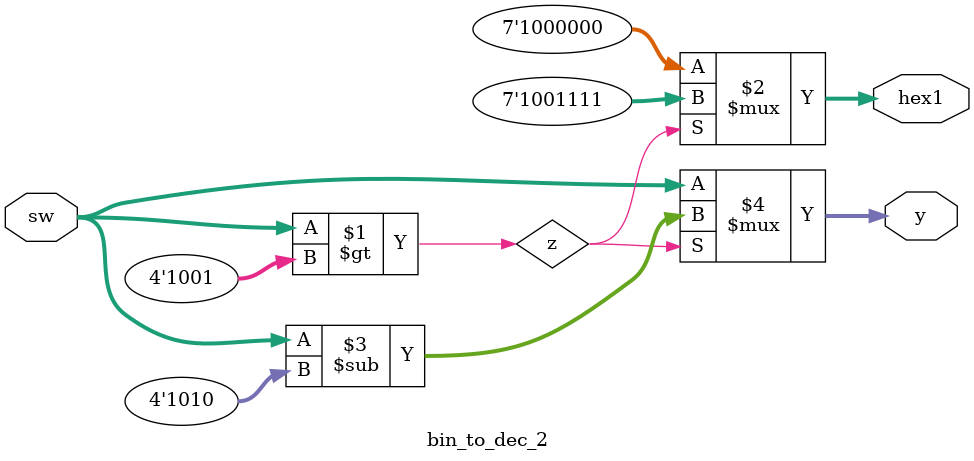
<source format=v>
module bin_to_dec_2 (sw, hex1, y);

input [3:0]sw;

output [6:0]hex1;
output [3:0]y;

wire z;

assign z = (sw[3:0] > 4'b1001);
assign hex1 = (z)?7'b1001111 : 7'b1000000;
assign y = (z)?sw[3:0]-4'b1010:sw[3:0];

endmodule
</source>
